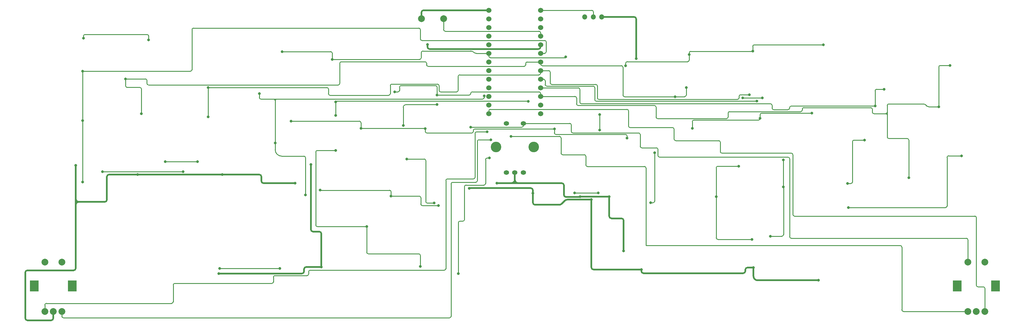
<source format=gbr>
G04 #@! TF.GenerationSoftware,KiCad,Pcbnew,(6.0.11-0)*
G04 #@! TF.CreationDate,2023-08-21T21:01:56+09:00*
G04 #@! TF.ProjectId,SYMMETRIA,53594d4d-4554-4524-9941-2e6b69636164,rev?*
G04 #@! TF.SameCoordinates,Original*
G04 #@! TF.FileFunction,Copper,L1,Top*
G04 #@! TF.FilePolarity,Positive*
%FSLAX46Y46*%
G04 Gerber Fmt 4.6, Leading zero omitted, Abs format (unit mm)*
G04 Created by KiCad (PCBNEW (6.0.11-0)) date 2023-08-21 21:01:56*
%MOMM*%
%LPD*%
G01*
G04 APERTURE LIST*
G04 #@! TA.AperFunction,ComponentPad*
%ADD10C,1.524000*%
G04 #@! TD*
G04 #@! TA.AperFunction,ComponentPad*
%ADD11C,2.000000*%
G04 #@! TD*
G04 #@! TA.AperFunction,ComponentPad*
%ADD12R,2.500000X3.200000*%
G04 #@! TD*
G04 #@! TA.AperFunction,ComponentPad*
%ADD13O,1.600000X1.300000*%
G04 #@! TD*
G04 #@! TA.AperFunction,ComponentPad*
%ADD14C,3.100000*%
G04 #@! TD*
G04 #@! TA.AperFunction,ComponentPad*
%ADD15O,1.500000X1.500000*%
G04 #@! TD*
G04 #@! TA.AperFunction,ViaPad*
%ADD16C,0.800000*%
G04 #@! TD*
G04 #@! TA.AperFunction,Conductor*
%ADD17C,0.250000*%
G04 #@! TD*
G04 #@! TA.AperFunction,Conductor*
%ADD18C,0.500000*%
G04 #@! TD*
G04 APERTURE END LIST*
D10*
X163793600Y-21240700D03*
X163793600Y-23780700D03*
X163793600Y-26320700D03*
X163793600Y-28860700D03*
X163793600Y-31400700D03*
X163793600Y-33940700D03*
X163793600Y-36480700D03*
X163793600Y-39020700D03*
X163793600Y-41560700D03*
X163793600Y-44100700D03*
X163793600Y-46640700D03*
X163793600Y-49180700D03*
X179013600Y-49180700D03*
X179013600Y-46640700D03*
X179013600Y-44100700D03*
X179013600Y-41560700D03*
X179013600Y-39020700D03*
X179013600Y-36480700D03*
X179013600Y-33940700D03*
X179013600Y-31400700D03*
X179013600Y-28860700D03*
X179013600Y-26320700D03*
X179013600Y-23780700D03*
X179013600Y-21240700D03*
X179013600Y-18700700D03*
X163793600Y-18700700D03*
D11*
X33218800Y-107512500D03*
X38218800Y-107512500D03*
X35718800Y-107512500D03*
D12*
X30118800Y-100012500D03*
X41318800Y-100012500D03*
D11*
X38218800Y-93012500D03*
X33218800Y-93012500D03*
D13*
X168950000Y-66539900D03*
X173950000Y-66539900D03*
X171450000Y-66539900D03*
D14*
X165900000Y-59039900D03*
X177000000Y-59039900D03*
D13*
X168950000Y-52039900D03*
X173950000Y-52039900D03*
D11*
X304681300Y-107512500D03*
X309681300Y-107512500D03*
X307181300Y-107512500D03*
D12*
X312781300Y-100012500D03*
X301581300Y-100012500D03*
D11*
X309681300Y-93012500D03*
X304681300Y-93012500D03*
D15*
X194529100Y-20640400D03*
X197029100Y-20640400D03*
X192029100Y-20640400D03*
D11*
X150476000Y-21200200D03*
X143976000Y-21200200D03*
D16*
X222721519Y-31769450D03*
X241406577Y-30784648D03*
X103037826Y-30886900D03*
X204051339Y-35053872D03*
X186418888Y-32479027D03*
X44581907Y-26945184D03*
X262140188Y-28882312D03*
X63739400Y-27431653D03*
X117714700Y-33165605D03*
X183068467Y-53707478D03*
X204459142Y-56367187D03*
X126179956Y-53491200D03*
X223639300Y-53501100D03*
X243592009Y-50576521D03*
X258821727Y-49032028D03*
X105674961Y-51392811D03*
X145104296Y-53566129D03*
X50175979Y-66270000D03*
X114144907Y-71754903D03*
X149018651Y-76298400D03*
X73883200Y-66270000D03*
X135049859Y-73491019D03*
X154846341Y-96335700D03*
X163974187Y-62278212D03*
X166189300Y-69677700D03*
X106857200Y-69713600D03*
X199203615Y-73701075D03*
X42318880Y-64425841D03*
X190633455Y-73701075D03*
X203436800Y-89710300D03*
X60525823Y-67148289D03*
X207136641Y-32949300D03*
X85438900Y-67148289D03*
X145747500Y-28824903D03*
X208636800Y-95169100D03*
X193956933Y-74550575D03*
X114562341Y-94377691D03*
X84361026Y-96346767D03*
X241625184Y-94583386D03*
X158029500Y-71176000D03*
X176772463Y-72631252D03*
X260773299Y-98338400D03*
X111459800Y-64227700D03*
X68642400Y-63337900D03*
X78155600Y-63337900D03*
X102290240Y-94846299D03*
X84650297Y-94858336D03*
X302780500Y-61609900D03*
X269547473Y-76882400D03*
X195970712Y-72547700D03*
X189059503Y-72547700D03*
X244217663Y-44562581D03*
X238501600Y-44566317D03*
X196379000Y-54015100D03*
X44330400Y-36704971D03*
X44330400Y-69368553D03*
X196379000Y-49440900D03*
X44330400Y-51203074D03*
X163293402Y-54571976D03*
X164412000Y-56882000D03*
X61624500Y-49176570D03*
X212552400Y-60726251D03*
X218546700Y-44177421D03*
X56972300Y-38930000D03*
X221856900Y-41502300D03*
X211380900Y-75453400D03*
X241209700Y-86252500D03*
X240417100Y-43606767D03*
X81224300Y-50148500D03*
X237331000Y-64722800D03*
X81224300Y-41495500D03*
X230661435Y-73712488D03*
X242643800Y-45513400D03*
X96301400Y-43295300D03*
X109874200Y-73123405D03*
X246599000Y-85335000D03*
X250435107Y-70766731D03*
X162419800Y-43979000D03*
X100966008Y-57854425D03*
X250435107Y-62816573D03*
X274250893Y-56989049D03*
X118779400Y-49696130D03*
X118779400Y-60040400D03*
X127882400Y-82490000D03*
X280012000Y-41982700D03*
X143645800Y-94219600D03*
X175405400Y-45525600D03*
X277404415Y-46957182D03*
X269316562Y-69781491D03*
X118779400Y-45704203D03*
X138639979Y-52668418D03*
X299437500Y-34970000D03*
X136099668Y-42773144D03*
X147719000Y-75573200D03*
X296127900Y-47136700D03*
X148589792Y-43710500D03*
X287302600Y-68096946D03*
X139662500Y-62549300D03*
X148571008Y-46526288D03*
X158444500Y-53197823D03*
X170313300Y-55875100D03*
D17*
X222721545Y-31270359D02*
X222721519Y-31769450D01*
X44581916Y-26303861D02*
X44581907Y-26945184D01*
X63739400Y-27431653D02*
X63737975Y-27430228D01*
X117713266Y-33164171D02*
X117714700Y-33165605D01*
X222261889Y-33851477D02*
X204511144Y-33851477D01*
X143470782Y-33176739D02*
X117725834Y-33176739D01*
X163793600Y-31400700D02*
X160098602Y-31400700D01*
X103037826Y-30886900D02*
X117254920Y-30886900D01*
X241406577Y-30784648D02*
X241406541Y-29341737D01*
X143929900Y-31181644D02*
X143929900Y-32717621D01*
X241406577Y-30784648D02*
X241380225Y-30811000D01*
X222721519Y-31769450D02*
X222721480Y-33391897D01*
X117725834Y-33176739D02*
X117714700Y-33165605D01*
X241380225Y-30811000D02*
X223180928Y-30811000D01*
X63737975Y-27430228D02*
X63737975Y-26244144D01*
X204051359Y-34311249D02*
X204051339Y-35053872D01*
X158460559Y-30722200D02*
X144389344Y-30722200D01*
X241865954Y-28882312D02*
X262140188Y-28882312D01*
X117713266Y-31286338D02*
X117713266Y-33164171D01*
X186211197Y-32686718D02*
X164252928Y-32686718D01*
X163793600Y-32227390D02*
X163793600Y-31400700D01*
X63279830Y-25844889D02*
X45040895Y-25844889D01*
X186418888Y-32479027D02*
X186211197Y-32686718D01*
X204051277Y-34311249D02*
G75*
G02*
X204511144Y-33851477I459823J-51D01*
G01*
X163793582Y-32227390D02*
G75*
G03*
X164252928Y-32686718I459318J-10D01*
G01*
X117713271Y-31286337D02*
G75*
G03*
X117254920Y-30886901I-460271J-65463D01*
G01*
X63279830Y-25844897D02*
G75*
G02*
X63737974Y-26244144I-1930J-464703D01*
G01*
X158460559Y-30722216D02*
G75*
G02*
X159379477Y-31102830I41J-1299484D01*
G01*
X159379476Y-31102831D02*
G75*
G03*
X160098602Y-31400700I719124J719131D01*
G01*
X222261889Y-33851480D02*
G75*
G03*
X222721480Y-33391897I11J459580D01*
G01*
X241865954Y-28882241D02*
G75*
G03*
X241406541Y-29341737I46J-459459D01*
G01*
X143470782Y-33176700D02*
G75*
G03*
X143929900Y-32717621I18J459100D01*
G01*
X44581889Y-26303861D02*
G75*
G02*
X45040895Y-25844889I459011J-39D01*
G01*
X143929900Y-31181644D02*
G75*
G02*
X144389344Y-30722200I459400J44D01*
G01*
X222721500Y-31270359D02*
G75*
G02*
X223180928Y-30811000I459400J-41D01*
G01*
X224099350Y-51096300D02*
X243099336Y-51096300D01*
X183528164Y-55325500D02*
X203999356Y-55325500D01*
X183068467Y-53707478D02*
X183068451Y-54865781D01*
X159221566Y-54451274D02*
X159221566Y-54175851D01*
X145563769Y-54910200D02*
X158762640Y-54910200D01*
X204459142Y-56367187D02*
X204459135Y-55785273D01*
X145104296Y-53566129D02*
X145029367Y-53491200D01*
X223639300Y-53501100D02*
X223639300Y-51556350D01*
X145029367Y-53491200D02*
X126179956Y-53491200D01*
X243591994Y-49498502D02*
X243592009Y-50576521D01*
X183059526Y-53716419D02*
X183068467Y-53707478D01*
X125720936Y-51392811D02*
X105674961Y-51392811D01*
X126179956Y-53491200D02*
X126179956Y-51851831D01*
X258821727Y-49032028D02*
X258814664Y-49039091D01*
X159680998Y-53716419D02*
X183059526Y-53716419D01*
X258814664Y-49039091D02*
X244051399Y-49039091D01*
X243592009Y-50576521D02*
X243592008Y-50603648D01*
X145104296Y-53566129D02*
X145104315Y-54450756D01*
X243592000Y-50603648D02*
G75*
G02*
X243099336Y-51096300I-492700J48D01*
G01*
X204459200Y-55785273D02*
G75*
G03*
X203999356Y-55325500I-459800J-27D01*
G01*
X159680998Y-53716466D02*
G75*
G03*
X159221566Y-54175851I2J-459434D01*
G01*
X159221500Y-54451274D02*
G75*
G02*
X158762640Y-54910200I-458900J-26D01*
G01*
X224099350Y-51096300D02*
G75*
G03*
X223639300Y-51556350I50J-460100D01*
G01*
X183528164Y-55325549D02*
G75*
G02*
X183068451Y-54865781I36J459749D01*
G01*
X125720936Y-51392744D02*
G75*
G02*
X126179956Y-51851831I-36J-459056D01*
G01*
X243591991Y-49498502D02*
G75*
G02*
X244051399Y-49039091I459409J2D01*
G01*
X145563769Y-54910185D02*
G75*
G02*
X145104315Y-54450756I31J459485D01*
G01*
X135049878Y-72227993D02*
X135049859Y-73491019D01*
X114157790Y-71767786D02*
X134589678Y-71767786D01*
X143321183Y-73491019D02*
X135049859Y-73491019D01*
X114144907Y-71754903D02*
X114157790Y-71767786D01*
X73883200Y-66270000D02*
X50175979Y-66270000D01*
X149018651Y-76298400D02*
X144240189Y-76298400D01*
X143780800Y-75839011D02*
X143780800Y-73950636D01*
X135049914Y-72227993D02*
G75*
G03*
X134589678Y-71767786I-460214J-7D01*
G01*
X143780800Y-75839011D02*
G75*
G03*
X144240189Y-76298400I459400J11D01*
G01*
X143321183Y-73491000D02*
G75*
G02*
X143780800Y-73950636I17J-459600D01*
G01*
X162831500Y-62737504D02*
X162831500Y-69790816D01*
X154843384Y-96332743D02*
X154846341Y-96335700D01*
X156640400Y-70709773D02*
X156640400Y-80433273D01*
X156180673Y-80893000D02*
X155302838Y-80893000D01*
X163974187Y-62278212D02*
X163290792Y-62278212D01*
X154843384Y-81352454D02*
X154843384Y-96332743D01*
X162372016Y-70250300D02*
X157099873Y-70250300D01*
X156640400Y-70709773D02*
G75*
G02*
X157099873Y-70250300I459500J-27D01*
G01*
X162372016Y-70250300D02*
G75*
G03*
X162831500Y-69790816I-16J459500D01*
G01*
X154843300Y-81352454D02*
G75*
G02*
X155302838Y-80893000I459500J-46D01*
G01*
X162831512Y-62737504D02*
G75*
G02*
X163290792Y-62278212I459288J4D01*
G01*
X156180673Y-80893000D02*
G75*
G03*
X156640400Y-80433273I27J459700D01*
G01*
D18*
X207136641Y-32949300D02*
X207136641Y-21268572D01*
X42318600Y-74167346D02*
X42318600Y-64426121D01*
X199203615Y-73701075D02*
X190633455Y-73701075D01*
X143976000Y-19330378D02*
X143976000Y-21200200D01*
X185881900Y-73139942D02*
X185881900Y-70307118D01*
X28083763Y-110140849D02*
X35088941Y-110140849D01*
X60525823Y-67148289D02*
X60429528Y-67244584D01*
X163793600Y-18700700D02*
X144605678Y-18700700D01*
X51473272Y-67777477D02*
X51473272Y-74588244D01*
X96910600Y-69084676D02*
X96910600Y-67777410D01*
X171450000Y-66539900D02*
X171450000Y-68688022D01*
X106857200Y-69713600D02*
X97539524Y-69713600D01*
X35718800Y-107512500D02*
X35718800Y-109510990D01*
X190633455Y-73701075D02*
X190567424Y-73767106D01*
X190567424Y-73767106D02*
X186439594Y-73767106D01*
X171450000Y-69677700D02*
X172414613Y-69677700D01*
X206508469Y-20640400D02*
X197029100Y-20640400D01*
X185252482Y-69677700D02*
X172414613Y-69677700D01*
X44260785Y-75217035D02*
X43158774Y-75217035D01*
X96281479Y-67148289D02*
X85438900Y-67148289D01*
X60525823Y-67148289D02*
X52102460Y-67148289D01*
X41689360Y-95411818D02*
X28084847Y-95411818D01*
X199203615Y-73701075D02*
X199203615Y-79435830D01*
X170353159Y-69677700D02*
X170460281Y-69677704D01*
X44260785Y-75217035D02*
X43221208Y-75217035D01*
X199834450Y-80066665D02*
X202806459Y-80066665D01*
X50844481Y-75217035D02*
X44260785Y-75217035D01*
X203436800Y-80697006D02*
X203436800Y-89710300D01*
X27456125Y-96040540D02*
X27456125Y-109513211D01*
X170353159Y-69677700D02*
X166189300Y-69677700D01*
X42318600Y-76057209D02*
X42318600Y-94782578D01*
X42318600Y-74167346D02*
X42318600Y-76057209D01*
X85438900Y-67148289D02*
X60525823Y-67148289D01*
X42318600Y-74167346D02*
X42318606Y-74314472D01*
X171450000Y-69677700D02*
X170353159Y-69677700D01*
X171450000Y-66539900D02*
X171450000Y-68713087D01*
X203436835Y-80697006D02*
G75*
G03*
X202806459Y-80066665I-630335J6D01*
G01*
X185881901Y-73139942D02*
G75*
G03*
X186439594Y-73767106I633899J2142D01*
G01*
X50844481Y-75216972D02*
G75*
G03*
X51473272Y-74588244I19J628772D01*
G01*
X96281479Y-67148300D02*
G75*
G02*
X96910600Y-67777410I21J-629100D01*
G01*
X42318565Y-74314472D02*
G75*
G03*
X43221208Y-75217035I902635J72D01*
G01*
X28083763Y-110140875D02*
G75*
G02*
X27456125Y-109513211I37J627675D01*
G01*
X96910600Y-69084676D02*
G75*
G03*
X97539524Y-69713600I628900J-24D01*
G01*
X42318877Y-64425801D02*
G75*
G03*
X42318601Y-64426121I23J-299D01*
G01*
X35718749Y-109510990D02*
G75*
G02*
X35088941Y-110140849I-629849J-10D01*
G01*
X42318635Y-76057209D02*
G75*
G02*
X43158774Y-75217035I840165J9D01*
G01*
X172414613Y-69677700D02*
G75*
G02*
X171450000Y-68713087I-13J964600D01*
G01*
X206508469Y-20640459D02*
G75*
G02*
X207136641Y-21268572I31J-628141D01*
G01*
X51473289Y-67777477D02*
G75*
G02*
X52102460Y-67148289I629211J-23D01*
G01*
X27456118Y-96040540D02*
G75*
G02*
X28084847Y-95411818I628682J40D01*
G01*
X199834450Y-80066585D02*
G75*
G02*
X199203615Y-79435830I-50J630785D01*
G01*
X170460281Y-69677700D02*
G75*
G03*
X171450000Y-68688022I19J989700D01*
G01*
X185252482Y-69677700D02*
G75*
G02*
X185881900Y-70307118I18J-629400D01*
G01*
X143976000Y-19330378D02*
G75*
G02*
X144605678Y-18700700I629700J-22D01*
G01*
X41689360Y-95411800D02*
G75*
G03*
X42318600Y-94782578I40J629200D01*
G01*
D17*
X179013600Y-18700700D02*
X194069179Y-18700700D01*
X194529100Y-19160621D02*
X194529100Y-20640400D01*
X194529100Y-19160621D02*
G75*
G03*
X194069179Y-18700700I-459900J21D01*
G01*
D18*
X158044800Y-71160700D02*
X158029500Y-71176000D01*
X209266193Y-96249700D02*
X238615610Y-96249700D01*
X109465000Y-95718720D02*
X109465000Y-95029463D01*
X193946400Y-94538161D02*
X193946400Y-74561108D01*
X208636800Y-95169100D02*
X208636800Y-95620307D01*
X176142688Y-71160700D02*
X158044800Y-71160700D01*
X179013600Y-28860700D02*
X179013600Y-29515456D01*
X241625184Y-94583386D02*
X241625184Y-97124656D01*
X112089550Y-83984571D02*
X113919109Y-83984571D01*
X176772463Y-72631252D02*
X176772463Y-75451017D01*
X114550183Y-84615645D02*
X114550183Y-94365533D01*
X145747500Y-28824903D02*
X145747502Y-29515661D01*
X84361026Y-96346767D02*
X108836953Y-96346767D01*
X110096079Y-94398384D02*
X114541648Y-94398384D01*
X186890787Y-74550575D02*
X193956933Y-74550575D01*
X177400613Y-76079167D02*
X184458635Y-76079167D01*
X176772463Y-72631252D02*
X176772436Y-71790427D01*
X208636800Y-95169100D02*
X194577339Y-95169100D01*
X239244794Y-95620544D02*
X239244812Y-95214717D01*
X111459800Y-64227700D02*
X111459800Y-83354821D01*
X239876170Y-94583386D02*
X241625184Y-94583386D01*
X185232605Y-75758576D02*
X186122261Y-74868911D01*
X260773299Y-98338400D02*
X242838928Y-98338400D01*
X146377450Y-30145608D02*
X178383448Y-30145608D01*
X177400613Y-76079137D02*
G75*
G02*
X176772463Y-75451017I-13J628137D01*
G01*
X179013508Y-29515456D02*
G75*
G02*
X178383448Y-30145608I-630108J-44D01*
G01*
X110096079Y-94398400D02*
G75*
G03*
X109465000Y-95029463I21J-631100D01*
G01*
X114550129Y-84615645D02*
G75*
G03*
X113919109Y-83984571I-631029J45D01*
G01*
X146377450Y-30145698D02*
G75*
G02*
X145747502Y-29515661I50J629998D01*
G01*
X239876170Y-94583312D02*
G75*
G03*
X239244812Y-95214717I30J-631388D01*
G01*
X209266193Y-96249700D02*
G75*
G02*
X208636800Y-95620307I7J629400D01*
G01*
X109465067Y-95718720D02*
G75*
G02*
X108836953Y-96346767I-628067J20D01*
G01*
X193946400Y-94538161D02*
G75*
G03*
X194577339Y-95169100I630900J-39D01*
G01*
X114562284Y-94377691D02*
G75*
G02*
X114541648Y-94398384I-20684J-9D01*
G01*
X185232590Y-75758561D02*
G75*
G02*
X184458635Y-76079167I-773990J773961D01*
G01*
X114562341Y-94377617D02*
G75*
G02*
X114550183Y-94365533I-41J12117D01*
G01*
X112089550Y-83984600D02*
G75*
G02*
X111459800Y-83354821I50J629800D01*
G01*
X176142688Y-71160664D02*
G75*
G02*
X176772436Y-71790427I12J-629736D01*
G01*
X186890787Y-74550558D02*
G75*
G03*
X186122262Y-74868912I13J-1086842D01*
G01*
X193956933Y-74550600D02*
G75*
G03*
X193946400Y-74561108I-33J-10500D01*
G01*
X242838928Y-98338416D02*
G75*
G02*
X241625184Y-97124656I-28J1213716D01*
G01*
X239244800Y-95620544D02*
G75*
G02*
X238615610Y-96249700I-629200J44D01*
G01*
D17*
X68642400Y-63337900D02*
X78155600Y-63337900D01*
X102278203Y-94858336D02*
X102290240Y-94846299D01*
X84650297Y-94858336D02*
X102278203Y-94858336D01*
X298558600Y-62069161D02*
X298558600Y-76423394D01*
X298099594Y-76882400D02*
X269547473Y-76882400D01*
X302780500Y-61609900D02*
X299017861Y-61609900D01*
X298099594Y-76882400D02*
G75*
G03*
X298558600Y-76423394I6J459000D01*
G01*
X298558600Y-62069161D02*
G75*
G02*
X299017861Y-61609900I459300J-39D01*
G01*
X189059503Y-72547700D02*
X195970712Y-72547700D01*
X244217663Y-44562581D02*
X238505336Y-44562581D01*
X238505336Y-44562581D02*
X238501600Y-44566317D01*
X44330400Y-36704971D02*
X44330400Y-50810000D01*
X44342781Y-36704971D02*
X44374038Y-36673714D01*
X44330400Y-50810000D02*
X44330400Y-69368553D01*
X180670309Y-28047229D02*
X180670309Y-30940676D01*
X143648760Y-24407560D02*
X143648760Y-27128133D01*
X44388021Y-36672445D02*
X76034110Y-36672445D01*
X196379000Y-49440900D02*
X196379000Y-54015100D01*
X44330400Y-50810000D02*
X44330400Y-51203074D01*
X44330400Y-36704971D02*
X44342781Y-36704971D01*
X180210285Y-31400700D02*
X179013600Y-31400700D01*
X76953015Y-23947496D02*
X143188696Y-23947496D01*
X144108386Y-27587759D02*
X180210839Y-27587759D01*
X76493514Y-36213041D02*
X76493514Y-24406997D01*
X144108386Y-27587740D02*
G75*
G02*
X143648760Y-27128133I14J459640D01*
G01*
X44388017Y-36672466D02*
G75*
G03*
X44374038Y-36673714I-4917J-23834D01*
G01*
X143648804Y-24407560D02*
G75*
G03*
X143188696Y-23947496I-460104J-40D01*
G01*
X180210285Y-31400709D02*
G75*
G03*
X180670309Y-30940676I15J460009D01*
G01*
X76493545Y-36213041D02*
G75*
G02*
X76034110Y-36672445I-459445J41D01*
G01*
X76953015Y-23947514D02*
G75*
G03*
X76493514Y-24406997I-15J-459486D01*
G01*
X180670241Y-28047229D02*
G75*
G03*
X180210839Y-27587759I-459441J29D01*
G01*
X100443380Y-97402673D02*
X100443380Y-98800844D01*
X150690554Y-95354700D02*
X111264569Y-95354700D01*
X70964700Y-99719861D02*
X70964700Y-104672306D01*
X159724802Y-55031462D02*
X159724802Y-67989811D01*
X159264770Y-68449843D02*
X151609727Y-68449843D01*
X151150000Y-68909570D02*
X151150000Y-94895254D01*
X163293402Y-54571976D02*
X160184288Y-54571976D01*
X70505206Y-105131800D02*
X33678594Y-105131800D01*
X99983806Y-99260418D02*
X71424143Y-99260418D01*
X110805303Y-95813966D02*
X110805303Y-96483709D01*
X110346079Y-96942933D02*
X100903120Y-96942933D01*
X33218800Y-105591594D02*
X33218800Y-107512500D01*
X151149943Y-68909570D02*
G75*
G02*
X151609727Y-68449843I459757J-30D01*
G01*
X159724776Y-55031462D02*
G75*
G02*
X160184288Y-54571976I459524J-38D01*
G01*
X70964700Y-104672306D02*
G75*
G02*
X70505206Y-105131800I-459500J6D01*
G01*
X110346079Y-96942903D02*
G75*
G03*
X110805303Y-96483709I21J459203D01*
G01*
X150690554Y-95354700D02*
G75*
G03*
X151150000Y-94895254I46J459400D01*
G01*
X100443333Y-97402673D02*
G75*
G02*
X100903120Y-96942933I459767J-27D01*
G01*
X159264770Y-68449802D02*
G75*
G03*
X159724802Y-67989811I30J460002D01*
G01*
X33218800Y-105591594D02*
G75*
G02*
X33678594Y-105131800I459800J-6D01*
G01*
X70964618Y-99719861D02*
G75*
G02*
X71424143Y-99260418I459482J-39D01*
G01*
X99983806Y-99260380D02*
G75*
G03*
X100443380Y-98800844I-6J459580D01*
G01*
X110805300Y-95813966D02*
G75*
G02*
X111264569Y-95354700I459300J-34D01*
G01*
X38218800Y-107512500D02*
X38218800Y-108945075D01*
X38677027Y-109403302D02*
X152235549Y-109403302D01*
X160890752Y-56882000D02*
X164412000Y-56882000D01*
X160431200Y-68970368D02*
X160431200Y-57341552D01*
X153155124Y-69429600D02*
X159971968Y-69429600D01*
X152695300Y-108943551D02*
X152695300Y-69889424D01*
X38677027Y-109403300D02*
G75*
G02*
X38218800Y-108945075I-27J458200D01*
G01*
X153155124Y-69429600D02*
G75*
G03*
X152695300Y-69889424I-24J-459800D01*
G01*
X152695202Y-108943551D02*
G75*
G02*
X152235549Y-109403302I-459702J-49D01*
G01*
X160431200Y-68970368D02*
G75*
G02*
X159971968Y-69429600I-459200J-32D01*
G01*
X160890752Y-56882000D02*
G75*
G03*
X160431200Y-57341552I48J-459600D01*
G01*
X63239953Y-39389454D02*
X63239953Y-40269386D01*
X175090614Y-33940700D02*
X179013600Y-33940700D01*
X179013600Y-34568278D02*
X179013600Y-33940700D01*
X212092448Y-75453400D02*
X211380900Y-75453400D01*
X221856900Y-41502300D02*
X221856900Y-43718266D01*
X61166290Y-41454227D02*
X57430169Y-41454227D01*
X56972300Y-38930000D02*
X56972300Y-40996358D01*
X63699056Y-40728489D02*
X119505843Y-40728489D01*
X203234300Y-43717274D02*
X203234300Y-35486502D01*
X61624500Y-44955750D02*
X61624500Y-49176570D01*
X221397745Y-44177421D02*
X218546700Y-44177421D01*
X119965400Y-40268932D02*
X119965400Y-34333691D01*
X120425161Y-33873930D02*
X145017700Y-33873930D01*
X212552400Y-60726251D02*
X212552400Y-74993448D01*
X56972300Y-38930000D02*
X62780499Y-38930000D01*
X174630847Y-34400458D02*
X174630847Y-34770869D01*
X145937171Y-35230507D02*
X174171227Y-35230507D01*
X218546700Y-44177421D02*
X203694447Y-44177421D01*
X202775698Y-35027900D02*
X179473222Y-35027900D01*
X61624500Y-44955750D02*
X61624500Y-41912437D01*
X145477100Y-34333330D02*
X145477100Y-34770436D01*
X202775698Y-35027900D02*
G75*
G02*
X203234300Y-35486502I2J-458600D01*
G01*
X119965389Y-40268932D02*
G75*
G02*
X119505843Y-40728489I-459589J32D01*
G01*
X174630848Y-34770871D02*
G75*
G03*
X174630847Y-34770869I-48J-29D01*
G01*
X203234279Y-43717274D02*
G75*
G03*
X203694447Y-44177421I460121J-26D01*
G01*
X61166290Y-41454200D02*
G75*
G02*
X61624500Y-41912437I10J-458200D01*
G01*
X179013600Y-34568278D02*
G75*
G03*
X179473222Y-35027900I459600J-22D01*
G01*
X174630807Y-34770876D02*
G75*
G02*
X174171227Y-35230507I-459607J-24D01*
G01*
X221397745Y-44177500D02*
G75*
G03*
X221856900Y-43718266I-45J459200D01*
G01*
X212092448Y-75453400D02*
G75*
G03*
X212552400Y-74993448I-48J460000D01*
G01*
X175090614Y-33940747D02*
G75*
G03*
X174630847Y-34400458I-14J-459753D01*
G01*
X120425161Y-33873900D02*
G75*
G03*
X119965400Y-34333691I39J-459800D01*
G01*
X63240000Y-39389454D02*
G75*
G03*
X62780499Y-38930000I-459500J-46D01*
G01*
X145477070Y-34333330D02*
G75*
G03*
X145017700Y-33873930I-459370J30D01*
G01*
X145937171Y-35230500D02*
G75*
G02*
X145477100Y-34770436I29J460100D01*
G01*
X56972373Y-40996358D02*
G75*
G03*
X57430169Y-41454227I457827J-42D01*
G01*
X63699056Y-40728547D02*
G75*
G02*
X63239953Y-40269386I44J459147D01*
G01*
X240417100Y-43606767D02*
X240408667Y-43615200D01*
X240408667Y-43615200D02*
X237851831Y-43615200D01*
X81224300Y-50148500D02*
X81224300Y-41495500D01*
X236932117Y-44990309D02*
X196164943Y-44990309D01*
X134814215Y-43314118D02*
X134814215Y-40934347D01*
X154766290Y-42324291D02*
X154766290Y-38209917D01*
X237391952Y-44075052D02*
X237391925Y-44530528D01*
X231120474Y-64722800D02*
X237331000Y-64722800D01*
X181836100Y-40103588D02*
X181836100Y-36940191D01*
X231121438Y-86252500D02*
X241209700Y-86252500D01*
X179013600Y-36480700D02*
X179013600Y-37291054D01*
X149155000Y-40934376D02*
X149155000Y-42324463D01*
X155225813Y-37750394D02*
X178554260Y-37750394D01*
X116636820Y-41955214D02*
X116636809Y-43314111D01*
X195705076Y-44530442D02*
X195705076Y-41022266D01*
X81224300Y-41495500D02*
X116177110Y-41495500D01*
X181376609Y-36480700D02*
X179013600Y-36480700D01*
X81224300Y-41495500D02*
X81329200Y-41600400D01*
X230661435Y-73712488D02*
X230661435Y-65181839D01*
X135273446Y-40475116D02*
X148695740Y-40475116D01*
X149614352Y-42783815D02*
X154306766Y-42783815D01*
X117096423Y-43773729D02*
X134354604Y-43773729D01*
X195245575Y-40562765D02*
X182295277Y-40562765D01*
X230661435Y-73712488D02*
X230661435Y-85792497D01*
X135273446Y-40475115D02*
G75*
G03*
X134814215Y-40934347I-46J-459185D01*
G01*
X231121438Y-86252465D02*
G75*
G02*
X230661435Y-85792497I-38J459965D01*
G01*
X116636800Y-41955214D02*
G75*
G03*
X116177110Y-41495500I-459700J14D01*
G01*
X154766315Y-42324291D02*
G75*
G02*
X154306766Y-42783815I-459515J-9D01*
G01*
X195245575Y-40562824D02*
G75*
G02*
X195705076Y-41022266I25J-459476D01*
G01*
X179013594Y-37291054D02*
G75*
G02*
X178554260Y-37750394I-459294J-46D01*
G01*
X149154984Y-40934376D02*
G75*
G03*
X148695740Y-40475116I-459284J-24D01*
G01*
X236932117Y-44990325D02*
G75*
G03*
X237391925Y-44530528I-17J459825D01*
G01*
X181836135Y-40103588D02*
G75*
G03*
X182295277Y-40562765I459165J-12D01*
G01*
X237391900Y-44075052D02*
G75*
G02*
X237851831Y-43615200I459900J-48D01*
G01*
X231120474Y-64722735D02*
G75*
G03*
X230661435Y-65181839I26J-459065D01*
G01*
X134814229Y-43314118D02*
G75*
G02*
X134354604Y-43773729I-459629J18D01*
G01*
X155225813Y-37750390D02*
G75*
G03*
X154766290Y-38209917I-13J-459510D01*
G01*
X195704991Y-44530442D02*
G75*
G03*
X196164943Y-44990309I459909J42D01*
G01*
X181376609Y-36480700D02*
G75*
G02*
X181836100Y-36940191I-9J-459500D01*
G01*
X149614352Y-42783900D02*
G75*
G02*
X149155000Y-42324463I48J459400D01*
G01*
X117096423Y-43773691D02*
G75*
G02*
X116636809Y-43314111I-23J459591D01*
G01*
X102861135Y-61718600D02*
X109414175Y-61718600D01*
X250463827Y-70795451D02*
X250463827Y-84875538D01*
X100482651Y-44900391D02*
X101471850Y-44900391D01*
X100966008Y-59823473D02*
X100966008Y-57854425D01*
X250435107Y-70766731D02*
X250435107Y-62816573D01*
X96760813Y-44900391D02*
X100482651Y-44900391D01*
X194480108Y-41060391D02*
X180812529Y-41060391D01*
X162419800Y-44439556D02*
X162419800Y-43979000D01*
X242643800Y-45513400D02*
X195399130Y-45513400D01*
X100966008Y-46197258D02*
X100966008Y-45406233D01*
X250435107Y-70766731D02*
X250463827Y-70795451D01*
X96301400Y-43295300D02*
X96301400Y-44440978D01*
X194939531Y-45053801D02*
X194939531Y-41519814D01*
X180353330Y-40601192D02*
X180353330Y-39480623D01*
X100966008Y-46197258D02*
X100966008Y-45383748D01*
X100966008Y-57854425D02*
X100966008Y-46197258D01*
X109874200Y-62178625D02*
X109874200Y-73123405D01*
X101471850Y-44900391D02*
X161958965Y-44900391D01*
X250004365Y-85335000D02*
X246599000Y-85335000D01*
X179893407Y-39020700D02*
X179013600Y-39020700D01*
X100966000Y-59823473D02*
G75*
G03*
X102861135Y-61718600I1895100J-27D01*
G01*
X194480108Y-41060369D02*
G75*
G02*
X194939531Y-41519814I-8J-459431D01*
G01*
X180353309Y-40601192D02*
G75*
G03*
X180812529Y-41060391I459191J-8D01*
G01*
X162419791Y-44439556D02*
G75*
G02*
X161958965Y-44900391I-460791J-44D01*
G01*
X250004365Y-85334927D02*
G75*
G03*
X250463827Y-84875538I135J459327D01*
G01*
X109874200Y-62178625D02*
G75*
G03*
X109414175Y-61718600I-460000J25D01*
G01*
X96760813Y-44900400D02*
G75*
G02*
X96301400Y-44440978I-13J459400D01*
G01*
X100482651Y-44900392D02*
G75*
G02*
X100966008Y-45383748I49J-483308D01*
G01*
X101471850Y-44900308D02*
G75*
G03*
X100966008Y-45406233I50J-505892D01*
G01*
X194939500Y-45053801D02*
G75*
G03*
X195399130Y-45513400I459600J1D01*
G01*
X179893407Y-39020670D02*
G75*
G02*
X180353330Y-39480623I-7J-459930D01*
G01*
X118978840Y-45504763D02*
X119323513Y-45504763D01*
X252256272Y-47543677D02*
X252256280Y-47416206D01*
X113358997Y-60040400D02*
X118779400Y-60040400D01*
X118779400Y-45704203D02*
X118779400Y-45621942D01*
X175384563Y-45504763D02*
X175405400Y-45525600D01*
X247558873Y-48003591D02*
X251796329Y-48003591D01*
X119323513Y-45504763D02*
X175384563Y-45504763D01*
X112900000Y-82030979D02*
X112900000Y-60499397D01*
X127882400Y-82490000D02*
X113359021Y-82490000D01*
X277864527Y-41982700D02*
X280012000Y-41982700D01*
X143645800Y-94219600D02*
X143645800Y-90986729D01*
X270753581Y-69321311D02*
X270753581Y-57449664D01*
X252715334Y-46957182D02*
X277404415Y-46957182D01*
X127882400Y-90067672D02*
X127882400Y-82490000D01*
X269316562Y-69781491D02*
X270293363Y-69781517D01*
X118779400Y-45621942D02*
X118809968Y-45591374D01*
X191017172Y-46279284D02*
X246640367Y-46279284D01*
X271214196Y-56989049D02*
X274250893Y-56989049D01*
X277404415Y-46957182D02*
X277404415Y-42442812D01*
X118779400Y-49696130D02*
X118779400Y-45704203D01*
X190558770Y-42019955D02*
X190558770Y-45820882D01*
X179013600Y-41560700D02*
X190099515Y-41560700D01*
X143186171Y-90527100D02*
X128341828Y-90527100D01*
X247099950Y-46738867D02*
X247099950Y-47544672D01*
X247558873Y-48003650D02*
G75*
G02*
X247099950Y-47544672I27J458950D01*
G01*
X270753617Y-69321311D02*
G75*
G02*
X270293363Y-69781517I-460217J11D01*
G01*
X252256291Y-47543677D02*
G75*
G02*
X251796329Y-48003591I-459991J77D01*
G01*
X252715334Y-46957180D02*
G75*
G03*
X252256280Y-47416206I-34J-459020D01*
G01*
X113358997Y-60040400D02*
G75*
G03*
X112900000Y-60499397I3J-459000D01*
G01*
X127882400Y-90067672D02*
G75*
G03*
X128341828Y-90527100I459400J-28D01*
G01*
X143186171Y-90527100D02*
G75*
G02*
X143645800Y-90986729I29J-459600D01*
G01*
X247100016Y-46738867D02*
G75*
G03*
X246640367Y-46279284I-459616J-33D01*
G01*
X191017172Y-46279330D02*
G75*
G02*
X190558770Y-45820882I28J458430D01*
G01*
X271214196Y-56988981D02*
G75*
G03*
X270753581Y-57449664I4J-460619D01*
G01*
X118978841Y-45504797D02*
G75*
G03*
X118809968Y-45591374I4059J-215903D01*
G01*
X112900000Y-82030979D02*
G75*
G03*
X113359021Y-82490000I459000J-21D01*
G01*
X277864527Y-41982715D02*
G75*
G03*
X277404415Y-42442812I-27J-460085D01*
G01*
X190558800Y-42019955D02*
G75*
G03*
X190099515Y-41560700I-459300J-45D01*
G01*
X148571008Y-46526288D02*
X139364010Y-46526288D01*
X279432694Y-49179806D02*
X280531344Y-49179806D01*
X299437500Y-34970000D02*
X296587454Y-34970000D01*
X234157900Y-49045470D02*
X234157900Y-50186028D01*
X212969100Y-50186272D02*
X212969100Y-47234741D01*
X148131783Y-40924743D02*
X137993064Y-40924743D01*
X158934284Y-42750569D02*
X178554109Y-42750569D01*
X189587334Y-46315844D02*
X189587334Y-44559970D01*
X255523470Y-48586000D02*
X234617370Y-48586000D01*
X138628342Y-47261956D02*
X138628342Y-52656781D01*
X287302600Y-68096946D02*
X287302600Y-56967852D01*
X212509311Y-46774952D02*
X190046442Y-46774952D01*
X276575550Y-48720155D02*
X276575550Y-47866549D01*
X280963000Y-56047406D02*
X280963000Y-49613694D01*
X158474948Y-43250895D02*
X158474948Y-43209905D01*
X293158356Y-47136700D02*
X296127900Y-47136700D01*
X148589792Y-41382752D02*
X148589792Y-43710500D01*
X281422652Y-46317763D02*
X291650823Y-46317763D01*
X145708447Y-75573200D02*
X147719000Y-75573200D01*
X296127900Y-35429554D02*
X296127900Y-47136700D01*
X292236469Y-46560348D02*
X292568481Y-46892364D01*
X137070980Y-42773166D02*
X136099668Y-42773144D01*
X286842328Y-56507580D02*
X281423174Y-56507580D01*
X137533172Y-41384623D02*
X137533147Y-42311023D01*
X280963000Y-48649632D02*
X280963000Y-46777415D01*
X255982772Y-47867174D02*
X255982772Y-48126698D01*
X279432694Y-49179806D02*
X280529112Y-49179806D01*
X189128064Y-44100700D02*
X179013600Y-44100700D01*
X179013600Y-43210060D02*
X179013600Y-44100700D01*
X139662500Y-62549300D02*
X144788750Y-62549300D01*
X145248700Y-63009250D02*
X145248700Y-75113453D01*
X280962998Y-48682012D02*
X280962996Y-48748163D01*
X276116183Y-47407182D02*
X256442764Y-47407182D01*
X148589792Y-43710500D02*
X158015343Y-43710500D01*
X280963000Y-49613694D02*
X280963000Y-48649632D01*
X279432694Y-49179806D02*
X277035201Y-49179806D01*
X280963000Y-48649632D02*
X280962998Y-48682012D01*
X233697828Y-50646100D02*
X213428928Y-50646100D01*
X138639979Y-52668458D02*
G75*
G02*
X138628342Y-52656781I21J11658D01*
G01*
X276116183Y-47407150D02*
G75*
G02*
X276575550Y-47866549I17J-459350D01*
G01*
X280962906Y-48748163D02*
G75*
G02*
X280531344Y-49179806I-431606J-37D01*
G01*
X255523470Y-48585972D02*
G75*
G03*
X255982772Y-48126698I30J459272D01*
G01*
X276575594Y-48720155D02*
G75*
G03*
X277035201Y-49179806I459606J-45D01*
G01*
X293158356Y-47136732D02*
G75*
G02*
X292568481Y-46892364I44J834232D01*
G01*
X234157900Y-49045470D02*
G75*
G02*
X234617370Y-48586000I459500J-30D01*
G01*
X179013631Y-43210060D02*
G75*
G03*
X178554109Y-42750569I-459531J-40D01*
G01*
X189128064Y-44100766D02*
G75*
G02*
X189587334Y-44559970I36J-459234D01*
G01*
X145248700Y-63009250D02*
G75*
G03*
X144788750Y-62549300I-459900J50D01*
G01*
X292236460Y-46560357D02*
G75*
G03*
X291650823Y-46317763I-585660J-585643D01*
G01*
X138628288Y-47261956D02*
G75*
G02*
X139364010Y-46526288I735712J-44D01*
G01*
X212969100Y-50186272D02*
G75*
G03*
X213428928Y-50646100I459800J-28D01*
G01*
X158934284Y-42750548D02*
G75*
G03*
X158474948Y-43209905I16J-459352D01*
G01*
X212509311Y-46774900D02*
G75*
G02*
X212969100Y-47234741I-11J-459800D01*
G01*
X296127900Y-35429554D02*
G75*
G02*
X296587454Y-34970000I459600J-46D01*
G01*
X148589857Y-41382752D02*
G75*
G03*
X148131783Y-40924743I-458057J-48D01*
G01*
X145708447Y-75573200D02*
G75*
G02*
X145248700Y-75113453I-47J459700D01*
G01*
X158475000Y-43250895D02*
G75*
G02*
X158015343Y-43710500I-459600J-5D01*
G01*
X233697828Y-50646100D02*
G75*
G03*
X234157900Y-50186028I-28J460100D01*
G01*
X280963020Y-56047406D02*
G75*
G03*
X281423174Y-56507580I460180J6D01*
G01*
X280962994Y-49613694D02*
G75*
G03*
X280529112Y-49179806I-433894J-6D01*
G01*
X189587248Y-46315844D02*
G75*
G03*
X190046442Y-46774952I459152J44D01*
G01*
X281422652Y-46317700D02*
G75*
G03*
X280963000Y-46777415I48J-459700D01*
G01*
X286842328Y-56507600D02*
G75*
G02*
X287302600Y-56967852I-28J-460300D01*
G01*
X255982782Y-47867174D02*
G75*
G02*
X256442764Y-47407182I460018J-26D01*
G01*
X137533243Y-41384623D02*
G75*
G02*
X137993064Y-40924743I459857J23D01*
G01*
X137070980Y-42773147D02*
G75*
G03*
X137533147Y-42311023I20J462147D01*
G01*
X188041000Y-52499171D02*
X188041000Y-54414990D01*
X304681300Y-86383802D02*
X304681300Y-93012500D01*
X188501310Y-54875300D02*
X207835787Y-54875300D01*
X252715870Y-85922900D02*
X304220398Y-85922900D01*
X213997169Y-62007347D02*
X251797566Y-62007347D01*
X213537868Y-59719539D02*
X213537868Y-61548046D01*
X173950000Y-52039900D02*
X173950000Y-52737769D01*
X208295254Y-55334767D02*
X208295254Y-58800332D01*
X252256269Y-62466050D02*
X252256269Y-85463299D01*
X173490087Y-53197682D02*
X158444641Y-53197682D01*
X208755058Y-59260136D02*
X213078465Y-59260136D01*
X173950000Y-52039900D02*
X187581729Y-52039900D01*
X173490087Y-53197700D02*
G75*
G03*
X173950000Y-52737769I13J459900D01*
G01*
X188041000Y-52499171D02*
G75*
G03*
X187581729Y-52039900I-459300J-29D01*
G01*
X188501310Y-54875300D02*
G75*
G02*
X188041000Y-54414990I-10J460300D01*
G01*
X158444479Y-53197828D02*
G75*
G02*
X158444641Y-53197683I121J28D01*
G01*
X252715870Y-85922931D02*
G75*
G02*
X252256269Y-85463299I30J459631D01*
G01*
X213537864Y-59719539D02*
G75*
G03*
X213078465Y-59260136I-459364J39D01*
G01*
X208295300Y-55334767D02*
G75*
G03*
X207835787Y-54875300I-459500J-33D01*
G01*
X252256353Y-62466050D02*
G75*
G03*
X251797566Y-62007347I-458753J-50D01*
G01*
X213997169Y-62007332D02*
G75*
G02*
X213537868Y-61548046I31J459332D01*
G01*
X208755058Y-59260146D02*
G75*
G02*
X208295254Y-58800332I42J459846D01*
G01*
X304681300Y-86383802D02*
G75*
G03*
X304220398Y-85922900I-460900J2D01*
G01*
X210001600Y-88088600D02*
X284797592Y-88088600D01*
X185476211Y-61287187D02*
X191849161Y-61287187D01*
X210001600Y-65213788D02*
X210001600Y-88088600D01*
X285257100Y-88548108D02*
X285257100Y-107052592D01*
X185017200Y-56335334D02*
X185017200Y-60828176D01*
X285717008Y-107512500D02*
X304681300Y-107512500D01*
X192768277Y-64754600D02*
X209542412Y-64754600D01*
X192309300Y-61747326D02*
X192309300Y-64295623D01*
X170313300Y-55875100D02*
X184556966Y-55875100D01*
X210001600Y-65213788D02*
G75*
G03*
X209542412Y-64754600I-459200J-12D01*
G01*
X285717008Y-107512500D02*
G75*
G02*
X285257100Y-107052592I-8J459900D01*
G01*
X192309313Y-61747326D02*
G75*
G03*
X191849161Y-61287187I-460113J26D01*
G01*
X192768277Y-64754600D02*
G75*
G02*
X192309300Y-64295623I23J459000D01*
G01*
X185476211Y-61287200D02*
G75*
G02*
X185017200Y-60828176I-11J459000D01*
G01*
X185017200Y-56335334D02*
G75*
G03*
X184556966Y-55875100I-460200J34D01*
G01*
X285257100Y-88548108D02*
G75*
G03*
X284797592Y-88088600I-459500J8D01*
G01*
X307181300Y-79847871D02*
X307181300Y-99803685D01*
X231858700Y-57597458D02*
X231858700Y-60363572D01*
X309681300Y-100722233D02*
X309681300Y-107512500D01*
X163793600Y-49180700D02*
X163793600Y-48368159D01*
X218736741Y-57137878D02*
X231399120Y-57137878D01*
X204873500Y-48367971D02*
X204873500Y-52831288D01*
X164253264Y-47908495D02*
X204414024Y-47908495D01*
X205332112Y-53289900D02*
X217817252Y-53289900D01*
X253668287Y-79388700D02*
X306722129Y-79388700D01*
X307640115Y-100262500D02*
X309221567Y-100262500D01*
X232318028Y-60822900D02*
X252749615Y-60822900D01*
X218277400Y-53750048D02*
X218277400Y-56678537D01*
X253209000Y-61282285D02*
X253209000Y-78929413D01*
X218277400Y-53750048D02*
G75*
G03*
X217817252Y-53289900I-460100J48D01*
G01*
X307640115Y-100262500D02*
G75*
G02*
X307181300Y-99803685I-15J458800D01*
G01*
X253209000Y-61282285D02*
G75*
G03*
X252749615Y-60822900I-459400J-15D01*
G01*
X253668287Y-79388700D02*
G75*
G02*
X253209000Y-78929413I13J459300D01*
G01*
X232318028Y-60822900D02*
G75*
G02*
X231858700Y-60363572I-28J459300D01*
G01*
X309681300Y-100722233D02*
G75*
G03*
X309221567Y-100262500I-459700J33D01*
G01*
X218736741Y-57137800D02*
G75*
G02*
X218277400Y-56678537I-41J459300D01*
G01*
X164253264Y-47908500D02*
G75*
G03*
X163793600Y-48368159I36J-459700D01*
G01*
X204873505Y-48367971D02*
G75*
G03*
X204414024Y-47908495I-459505J-29D01*
G01*
X307181300Y-79847871D02*
G75*
G03*
X306722129Y-79388700I-459200J-29D01*
G01*
X231858722Y-57597458D02*
G75*
G03*
X231399120Y-57137878I-459622J-42D01*
G01*
X205332112Y-53289900D02*
G75*
G02*
X204873500Y-52831288I-12J458600D01*
G01*
X150935231Y-24867900D02*
X178553760Y-24867900D01*
X150476000Y-21200200D02*
X150476000Y-24408669D01*
X179013600Y-25327740D02*
X179013600Y-26320700D01*
X179013600Y-25327740D02*
G75*
G03*
X178553760Y-24867900I-459800J40D01*
G01*
X150935231Y-24867900D02*
G75*
G02*
X150476000Y-24408669I-31J459200D01*
G01*
M02*

</source>
